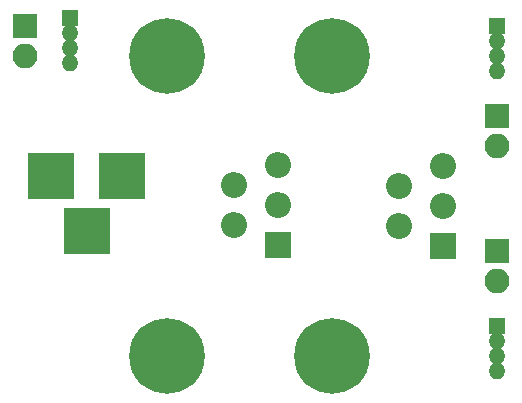
<source format=gbr>
%TF.GenerationSoftware,KiCad,Pcbnew,4.0.7-e2-6376~58~ubuntu16.04.1*%
%TF.CreationDate,2018-01-31T22:39:41+01:00*%
%TF.ProjectId,SimpleSupply,53696D706C65537570706C792E6B6963,rev?*%
%TF.FileFunction,Soldermask,Bot*%
%FSLAX46Y46*%
G04 Gerber Fmt 4.6, Leading zero omitted, Abs format (unit mm)*
G04 Created by KiCad (PCBNEW 4.0.7-e2-6376~58~ubuntu16.04.1) date Wed Jan 31 22:39:41 2018*
%MOMM*%
%LPD*%
G01*
G04 APERTURE LIST*
%ADD10C,0.100000*%
%ADD11R,3.900000X3.900000*%
%ADD12R,2.100000X2.100000*%
%ADD13O,2.100000X2.100000*%
%ADD14R,1.400000X1.400000*%
%ADD15O,1.400000X1.400000*%
%ADD16R,2.200000X2.200000*%
%ADD17O,2.200000X2.200000*%
%ADD18C,6.399480*%
G04 APERTURE END LIST*
D10*
D11*
X100330000Y-109220000D03*
X94330000Y-109220000D03*
X97330000Y-113920000D03*
D12*
X92075000Y-96520000D03*
D13*
X92075000Y-99060000D03*
D14*
X95885000Y-95885000D03*
D15*
X95885000Y-97155000D03*
X95885000Y-98425000D03*
X95885000Y-99695000D03*
D12*
X132080000Y-104140000D03*
D13*
X132080000Y-106680000D03*
D14*
X132080000Y-96520000D03*
D15*
X132080000Y-97790000D03*
X132080000Y-99060000D03*
X132080000Y-100330000D03*
D12*
X132080000Y-115570000D03*
D13*
X132080000Y-118110000D03*
D14*
X132080000Y-121920000D03*
D15*
X132080000Y-123190000D03*
X132080000Y-124460000D03*
X132080000Y-125730000D03*
D16*
X113474500Y-115125500D03*
D17*
X109774500Y-113425500D03*
X113474500Y-111725500D03*
X109774500Y-110025500D03*
X113474500Y-108325500D03*
D16*
X127444500Y-115189000D03*
D17*
X123744500Y-113489000D03*
X127444500Y-111789000D03*
X123744500Y-110089000D03*
X127444500Y-108389000D03*
D18*
X104140000Y-99060000D03*
X104140000Y-124460000D03*
X118110000Y-99060000D03*
X118110000Y-124460000D03*
M02*

</source>
